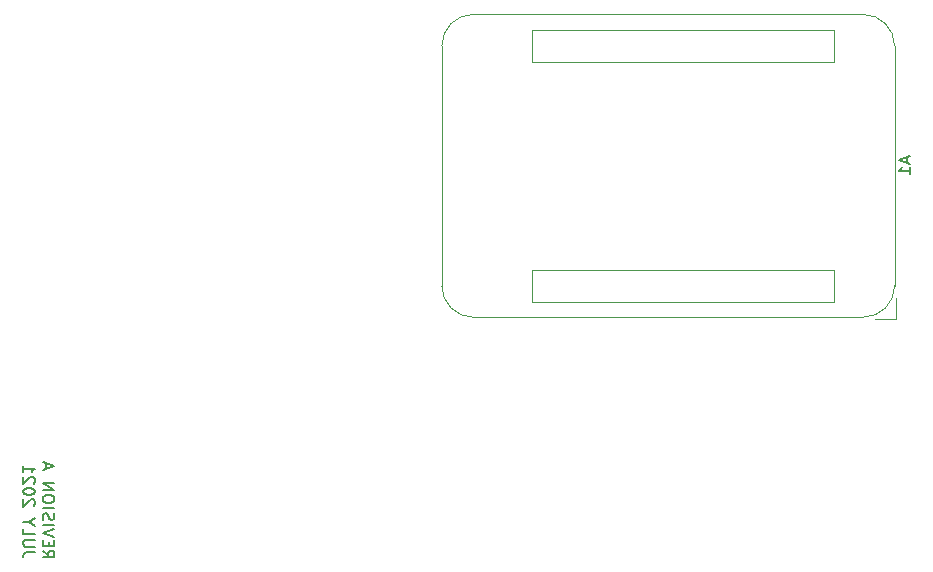
<source format=gbr>
%TF.GenerationSoftware,KiCad,Pcbnew,5.1.8+dfsg1-1+b1*%
%TF.CreationDate,2021-07-06T16:13:43-05:00*%
%TF.ProjectId,mqtt-thermocouple,6d717474-2d74-4686-9572-6d6f636f7570,A*%
%TF.SameCoordinates,Original*%
%TF.FileFunction,Legend,Bot*%
%TF.FilePolarity,Positive*%
%FSLAX46Y46*%
G04 Gerber Fmt 4.6, Leading zero omitted, Abs format (unit mm)*
G04 Created by KiCad (PCBNEW 5.1.8+dfsg1-1+b1) date 2021-07-06 16:13:43*
%MOMM*%
%LPD*%
G01*
G04 APERTURE LIST*
%ADD10C,0.150000*%
%ADD11C,0.120000*%
G04 APERTURE END LIST*
D10*
X51172619Y-93550952D02*
X51648809Y-93884285D01*
X51172619Y-94122380D02*
X52172619Y-94122380D01*
X52172619Y-93741428D01*
X52125000Y-93646190D01*
X52077380Y-93598571D01*
X51982142Y-93550952D01*
X51839285Y-93550952D01*
X51744047Y-93598571D01*
X51696428Y-93646190D01*
X51648809Y-93741428D01*
X51648809Y-94122380D01*
X51696428Y-93122380D02*
X51696428Y-92789047D01*
X51172619Y-92646190D02*
X51172619Y-93122380D01*
X52172619Y-93122380D01*
X52172619Y-92646190D01*
X52172619Y-92360476D02*
X51172619Y-92027142D01*
X52172619Y-91693809D01*
X51172619Y-91360476D02*
X52172619Y-91360476D01*
X51220238Y-90931904D02*
X51172619Y-90789047D01*
X51172619Y-90550952D01*
X51220238Y-90455714D01*
X51267857Y-90408095D01*
X51363095Y-90360476D01*
X51458333Y-90360476D01*
X51553571Y-90408095D01*
X51601190Y-90455714D01*
X51648809Y-90550952D01*
X51696428Y-90741428D01*
X51744047Y-90836666D01*
X51791666Y-90884285D01*
X51886904Y-90931904D01*
X51982142Y-90931904D01*
X52077380Y-90884285D01*
X52125000Y-90836666D01*
X52172619Y-90741428D01*
X52172619Y-90503333D01*
X52125000Y-90360476D01*
X51172619Y-89931904D02*
X52172619Y-89931904D01*
X52172619Y-89265238D02*
X52172619Y-89074761D01*
X52125000Y-88979523D01*
X52029761Y-88884285D01*
X51839285Y-88836666D01*
X51505952Y-88836666D01*
X51315476Y-88884285D01*
X51220238Y-88979523D01*
X51172619Y-89074761D01*
X51172619Y-89265238D01*
X51220238Y-89360476D01*
X51315476Y-89455714D01*
X51505952Y-89503333D01*
X51839285Y-89503333D01*
X52029761Y-89455714D01*
X52125000Y-89360476D01*
X52172619Y-89265238D01*
X51172619Y-88408095D02*
X52172619Y-88408095D01*
X51172619Y-87836666D01*
X52172619Y-87836666D01*
X51458333Y-86646190D02*
X51458333Y-86170000D01*
X51172619Y-86741428D02*
X52172619Y-86408095D01*
X51172619Y-86074761D01*
X50522619Y-93670000D02*
X49808333Y-93670000D01*
X49665476Y-93717619D01*
X49570238Y-93812857D01*
X49522619Y-93955714D01*
X49522619Y-94050952D01*
X50522619Y-93193809D02*
X49713095Y-93193809D01*
X49617857Y-93146190D01*
X49570238Y-93098571D01*
X49522619Y-93003333D01*
X49522619Y-92812857D01*
X49570238Y-92717619D01*
X49617857Y-92670000D01*
X49713095Y-92622380D01*
X50522619Y-92622380D01*
X49522619Y-91670000D02*
X49522619Y-92146190D01*
X50522619Y-92146190D01*
X49998809Y-91146190D02*
X49522619Y-91146190D01*
X50522619Y-91479523D02*
X49998809Y-91146190D01*
X50522619Y-90812857D01*
X50427380Y-89765238D02*
X50475000Y-89717619D01*
X50522619Y-89622380D01*
X50522619Y-89384285D01*
X50475000Y-89289047D01*
X50427380Y-89241428D01*
X50332142Y-89193809D01*
X50236904Y-89193809D01*
X50094047Y-89241428D01*
X49522619Y-89812857D01*
X49522619Y-89193809D01*
X50522619Y-88574761D02*
X50522619Y-88479523D01*
X50475000Y-88384285D01*
X50427380Y-88336666D01*
X50332142Y-88289047D01*
X50141666Y-88241428D01*
X49903571Y-88241428D01*
X49713095Y-88289047D01*
X49617857Y-88336666D01*
X49570238Y-88384285D01*
X49522619Y-88479523D01*
X49522619Y-88574761D01*
X49570238Y-88670000D01*
X49617857Y-88717619D01*
X49713095Y-88765238D01*
X49903571Y-88812857D01*
X50141666Y-88812857D01*
X50332142Y-88765238D01*
X50427380Y-88717619D01*
X50475000Y-88670000D01*
X50522619Y-88574761D01*
X50427380Y-87860476D02*
X50475000Y-87812857D01*
X50522619Y-87717619D01*
X50522619Y-87479523D01*
X50475000Y-87384285D01*
X50427380Y-87336666D01*
X50332142Y-87289047D01*
X50236904Y-87289047D01*
X50094047Y-87336666D01*
X49522619Y-87908095D01*
X49522619Y-87289047D01*
X49522619Y-86336666D02*
X49522619Y-86908095D01*
X49522619Y-86622380D02*
X50522619Y-86622380D01*
X50379761Y-86717619D01*
X50284523Y-86812857D01*
X50236904Y-86908095D01*
D11*
%TO.C,A1*%
X123310000Y-71120000D02*
X123310000Y-50800000D01*
X84970000Y-71120000D02*
X84970000Y-50800000D01*
X120650000Y-73780000D02*
X87630000Y-73780000D01*
X120650000Y-48140000D02*
X87630000Y-48140000D01*
X121690000Y-73910000D02*
X123440000Y-73910000D01*
X123440000Y-73910000D02*
X123440000Y-72160000D01*
X118210000Y-72490000D02*
X92610000Y-72490000D01*
X92610000Y-72490000D02*
X92610000Y-69750000D01*
X92610000Y-69750000D02*
X118210000Y-69750000D01*
X118210000Y-69750000D02*
X118210000Y-72490000D01*
X118210000Y-52170000D02*
X92610000Y-52170000D01*
X92610000Y-52170000D02*
X92610000Y-49430000D01*
X92610000Y-49430000D02*
X118210000Y-49430000D01*
X118210000Y-49430000D02*
X118210000Y-52170000D01*
X87630000Y-73780000D02*
G75*
G02*
X84970000Y-71120000I0J2660000D01*
G01*
X84970000Y-50800000D02*
G75*
G02*
X87630000Y-48140000I2660000J0D01*
G01*
X120650000Y-48140000D02*
G75*
G02*
X123310000Y-50800000I0J-2660000D01*
G01*
X123310000Y-71120000D02*
G75*
G02*
X120650000Y-73780000I-2660000J0D01*
G01*
D10*
X124356666Y-60245714D02*
X124356666Y-60721904D01*
X124642380Y-60150476D02*
X123642380Y-60483809D01*
X124642380Y-60817142D01*
X124642380Y-61674285D02*
X124642380Y-61102857D01*
X124642380Y-61388571D02*
X123642380Y-61388571D01*
X123785238Y-61293333D01*
X123880476Y-61198095D01*
X123928095Y-61102857D01*
%TD*%
M02*

</source>
